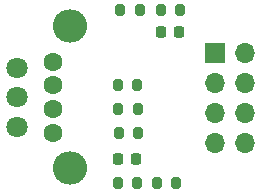
<source format=gbr>
%TF.GenerationSoftware,KiCad,Pcbnew,7.0.6-7.0.6~ubuntu22.04.1*%
%TF.CreationDate,2023-08-04T15:43:26+03:00*%
%TF.ProjectId,SolderPlate_Control,536f6c64-6572-4506-9c61-74655f436f6e,rev?*%
%TF.SameCoordinates,Original*%
%TF.FileFunction,Soldermask,Top*%
%TF.FilePolarity,Negative*%
%FSLAX46Y46*%
G04 Gerber Fmt 4.6, Leading zero omitted, Abs format (unit mm)*
G04 Created by KiCad (PCBNEW 7.0.6-7.0.6~ubuntu22.04.1) date 2023-08-04 15:43:26*
%MOMM*%
%LPD*%
G01*
G04 APERTURE LIST*
G04 Aperture macros list*
%AMRoundRect*
0 Rectangle with rounded corners*
0 $1 Rounding radius*
0 $2 $3 $4 $5 $6 $7 $8 $9 X,Y pos of 4 corners*
0 Add a 4 corners polygon primitive as box body*
4,1,4,$2,$3,$4,$5,$6,$7,$8,$9,$2,$3,0*
0 Add four circle primitives for the rounded corners*
1,1,$1+$1,$2,$3*
1,1,$1+$1,$4,$5*
1,1,$1+$1,$6,$7*
1,1,$1+$1,$8,$9*
0 Add four rect primitives between the rounded corners*
20,1,$1+$1,$2,$3,$4,$5,0*
20,1,$1+$1,$4,$5,$6,$7,0*
20,1,$1+$1,$6,$7,$8,$9,0*
20,1,$1+$1,$8,$9,$2,$3,0*%
G04 Aperture macros list end*
%ADD10C,1.600000*%
%ADD11C,1.800000*%
%ADD12O,2.900000X2.800000*%
%ADD13RoundRect,0.200000X-0.200000X-0.275000X0.200000X-0.275000X0.200000X0.275000X-0.200000X0.275000X0*%
%ADD14RoundRect,0.200000X0.200000X0.275000X-0.200000X0.275000X-0.200000X-0.275000X0.200000X-0.275000X0*%
%ADD15R,1.700000X1.700000*%
%ADD16O,1.700000X1.700000*%
%ADD17RoundRect,0.225000X0.225000X0.250000X-0.225000X0.250000X-0.225000X-0.250000X0.225000X-0.250000X0*%
%ADD18RoundRect,0.225000X-0.225000X-0.250000X0.225000X-0.250000X0.225000X0.250000X-0.225000X0.250000X0*%
G04 APERTURE END LIST*
D10*
%TO.C,U1*%
X5250000Y14050000D03*
X5250000Y12050000D03*
X5250000Y10050000D03*
X5250000Y8050000D03*
D11*
X2150000Y13550000D03*
X2150000Y11050000D03*
X2150000Y8550000D03*
D12*
X6650000Y5050000D03*
X6650000Y17050000D03*
%TD*%
D13*
%TO.C,R4*%
X10900000Y18450000D03*
X12550000Y18450000D03*
%TD*%
D14*
%TO.C,R6*%
X12325000Y3800000D03*
X10675000Y3800000D03*
%TD*%
D15*
%TO.C,J1*%
X18900000Y14780000D03*
D16*
X21440000Y14780000D03*
X18900000Y12240000D03*
X21440000Y12240000D03*
X18900000Y9700000D03*
X21440000Y9700000D03*
X18900000Y7160000D03*
X21440000Y7160000D03*
%TD*%
D14*
%TO.C,R1*%
X12425000Y8050000D03*
X10775000Y8050000D03*
%TD*%
D13*
%TO.C,R7*%
X13975000Y3800000D03*
X15625000Y3800000D03*
%TD*%
D14*
%TO.C,R2*%
X12375000Y10050000D03*
X10725000Y10050000D03*
%TD*%
D17*
%TO.C,C2*%
X12275000Y5800000D03*
X10725000Y5800000D03*
%TD*%
D18*
%TO.C,C1*%
X14350000Y16550000D03*
X15900000Y16550000D03*
%TD*%
D14*
%TO.C,R3*%
X12325000Y12050000D03*
X10675000Y12050000D03*
%TD*%
%TO.C,R5*%
X16000000Y18450000D03*
X14350000Y18450000D03*
%TD*%
M02*

</source>
